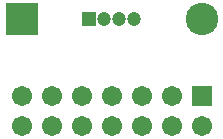
<source format=gts>
G04*
G04 #@! TF.GenerationSoftware,Altium Limited,Altium Designer,21.1.0 (24)*
G04*
G04 Layer_Color=8388736*
%FSAX25Y25*%
%MOIN*%
G70*
G04*
G04 #@! TF.SameCoordinates,8DE96C33-6C33-4761-8EB5-6C28EB0E3A80*
G04*
G04*
G04 #@! TF.FilePolarity,Negative*
G04*
G01*
G75*
%ADD14C,0.10800*%
%ADD15R,0.04737X0.04737*%
%ADD16C,0.04737*%
%ADD17C,0.06706*%
%ADD18R,0.06706X0.06706*%
%ADD19R,0.10800X0.10800*%
D14*
X0030000Y0042500D02*
D03*
D15*
X-0007500D02*
D03*
D16*
X0007500D02*
D03*
X-0002500D02*
D03*
X0002500D02*
D03*
D17*
X0000000Y0017000D02*
D03*
X-0020000D02*
D03*
X0000000Y0007000D02*
D03*
X0020000Y0017000D02*
D03*
X0010000D02*
D03*
X0030000Y0007000D02*
D03*
X0020000D02*
D03*
X0010000D02*
D03*
X-0010000Y0017000D02*
D03*
Y0007000D02*
D03*
X-0020000D02*
D03*
X-0030000Y0017000D02*
D03*
Y0007000D02*
D03*
D18*
X0030000Y0017000D02*
D03*
D19*
X-0030000Y0042500D02*
D03*
M02*

</source>
